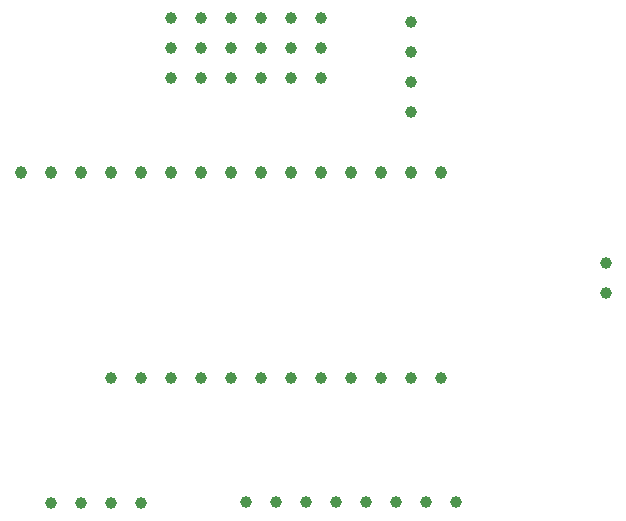
<source format=gbr>
%TF.GenerationSoftware,KiCad,Pcbnew,(6.0.9)*%
%TF.CreationDate,2023-02-14T12:36:15+03:00*%
%TF.ProjectId,kontrol_karti,6b6f6e74-726f-46c5-9f6b-617274692e6b,rev?*%
%TF.SameCoordinates,Original*%
%TF.FileFunction,Plated,1,2,PTH,Drill*%
%TF.FilePolarity,Positive*%
%FSLAX46Y46*%
G04 Gerber Fmt 4.6, Leading zero omitted, Abs format (unit mm)*
G04 Created by KiCad (PCBNEW (6.0.9)) date 2023-02-14 12:36:15*
%MOMM*%
%LPD*%
G01*
G04 APERTURE LIST*
%TA.AperFunction,ComponentDrill*%
%ADD10C,1.000000*%
%TD*%
G04 APERTURE END LIST*
D10*
%TO.C,U1*%
X50800000Y-63410000D03*
%TO.C,REF\u002A\u002A*%
X50800000Y-63500000D03*
%TO.C,U1*%
X53340000Y-63410000D03*
%TO.C,REF\u002A\u002A*%
X53340000Y-63500000D03*
%TO.C,J6*%
X53340000Y-91440000D03*
%TO.C,U1*%
X55880000Y-63410000D03*
%TO.C,REF\u002A\u002A*%
X55880000Y-63500000D03*
%TO.C,J6*%
X55880000Y-91440000D03*
%TO.C,U1*%
X58420000Y-63410000D03*
%TO.C,REF\u002A\u002A*%
X58420000Y-63500000D03*
%TO.C,U1*%
X58420000Y-80910000D03*
%TO.C,J6*%
X58420000Y-91440000D03*
%TO.C,REF\u002A\u002A*%
X58460000Y-80900000D03*
%TO.C,U1*%
X60960000Y-63410000D03*
%TO.C,REF\u002A\u002A*%
X60960000Y-63500000D03*
%TO.C,U1*%
X60960000Y-80910000D03*
%TO.C,J6*%
X60960000Y-91440000D03*
%TO.C,REF\u002A\u002A*%
X61000000Y-80900000D03*
%TO.C,J37*%
X63500000Y-50430000D03*
X63500000Y-52970000D03*
X63500000Y-55510000D03*
%TO.C,U1*%
X63500000Y-63410000D03*
%TO.C,REF\u002A\u002A*%
X63500000Y-63500000D03*
%TO.C,U1*%
X63500000Y-80910000D03*
%TO.C,REF\u002A\u002A*%
X63540000Y-80900000D03*
%TO.C,J35*%
X66040000Y-50430000D03*
X66040000Y-52970000D03*
X66040000Y-55510000D03*
%TO.C,U1*%
X66040000Y-63410000D03*
%TO.C,REF\u002A\u002A*%
X66040000Y-63500000D03*
%TO.C,U1*%
X66040000Y-80910000D03*
%TO.C,REF\u002A\u002A*%
X66080000Y-80900000D03*
%TO.C,J7*%
X68580000Y-50430000D03*
X68580000Y-52970000D03*
X68580000Y-55510000D03*
%TO.C,U1*%
X68580000Y-63410000D03*
%TO.C,REF\u002A\u002A*%
X68580000Y-63500000D03*
%TO.C,U1*%
X68580000Y-80910000D03*
%TO.C,REF\u002A\u002A*%
X68620000Y-80900000D03*
%TO.C,J2*%
X69865000Y-91415000D03*
%TO.C,J5*%
X71120000Y-50445000D03*
X71120000Y-52985000D03*
X71120000Y-55525000D03*
%TO.C,U1*%
X71120000Y-63410000D03*
%TO.C,REF\u002A\u002A*%
X71120000Y-63500000D03*
%TO.C,U1*%
X71120000Y-80910000D03*
%TO.C,REF\u002A\u002A*%
X71160000Y-80900000D03*
%TO.C,J2*%
X72405000Y-91415000D03*
%TO.C,J4*%
X73660000Y-50445000D03*
X73660000Y-52985000D03*
X73660000Y-55525000D03*
%TO.C,U1*%
X73660000Y-63410000D03*
%TO.C,REF\u002A\u002A*%
X73660000Y-63500000D03*
%TO.C,U1*%
X73660000Y-80910000D03*
%TO.C,REF\u002A\u002A*%
X73700000Y-80900000D03*
%TO.C,J2*%
X74945000Y-91415000D03*
%TO.C,J3*%
X76200000Y-50445000D03*
X76200000Y-52985000D03*
X76200000Y-55525000D03*
%TO.C,U1*%
X76200000Y-63410000D03*
%TO.C,REF\u002A\u002A*%
X76200000Y-63500000D03*
%TO.C,U1*%
X76200000Y-80910000D03*
%TO.C,REF\u002A\u002A*%
X76240000Y-80900000D03*
%TO.C,J2*%
X77485000Y-91415000D03*
%TO.C,U1*%
X78740000Y-63410000D03*
%TO.C,REF\u002A\u002A*%
X78740000Y-63500000D03*
%TO.C,U1*%
X78740000Y-80910000D03*
%TO.C,REF\u002A\u002A*%
X78780000Y-80900000D03*
%TO.C,J2*%
X80025000Y-91415000D03*
%TO.C,U1*%
X81280000Y-63410000D03*
%TO.C,REF\u002A\u002A*%
X81280000Y-63500000D03*
%TO.C,U1*%
X81280000Y-80910000D03*
%TO.C,REF\u002A\u002A*%
X81320000Y-80900000D03*
%TO.C,J2*%
X82565000Y-91415000D03*
%TO.C,J36*%
X83820000Y-50710000D03*
X83820000Y-53250000D03*
X83820000Y-55790000D03*
X83820000Y-58330000D03*
%TO.C,U1*%
X83820000Y-63410000D03*
%TO.C,REF\u002A\u002A*%
X83820000Y-63500000D03*
%TO.C,U1*%
X83820000Y-80910000D03*
%TO.C,REF\u002A\u002A*%
X83860000Y-80900000D03*
%TO.C,J2*%
X85105000Y-91415000D03*
%TO.C,U1*%
X86360000Y-63410000D03*
%TO.C,REF\u002A\u002A*%
X86360000Y-63500000D03*
%TO.C,U1*%
X86360000Y-80910000D03*
%TO.C,REF\u002A\u002A*%
X86400000Y-80900000D03*
%TO.C,J2*%
X87645000Y-91415000D03*
%TO.C,J1*%
X100330000Y-71120000D03*
X100330000Y-73660000D03*
M02*

</source>
